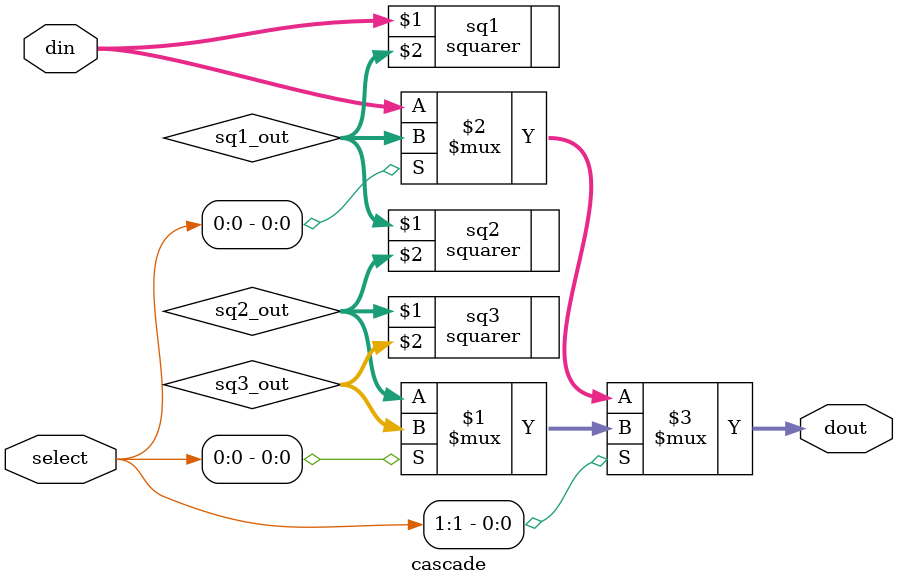
<source format=v>
`timescale 1ns / 1ps

// This cascaded squaring module has u_s = 3 which means that it can output a^(2^n) upto n = 3 in one clock cycle
// We implemented this because for the addition chain we used {1,2,3,6} we didnt require n>3, and the squaring block
// itself is very specific to the irredcible polynomial
module cascade(
    input [7 : 0] din,
    input [1 : 0] select,
    output [7 : 0] dout
    );
    wire [7 : 0] sq1_out, sq2_out, sq3_out; // sqn_out = (din)^(2^n)
    squarer sq1(din, sq1_out);
    squarer sq2(sq1_out, sq2_out);
    squarer sq3(sq2_out, sq3_out);
    
    assign dout = (select[1] ? (select[0] ? sq3_out : sq2_out) : (select[0] ? sq1_out : din));
    // the option select = 2'b00 is expected never to be used and hence just outputs din itself
    
endmodule

</source>
